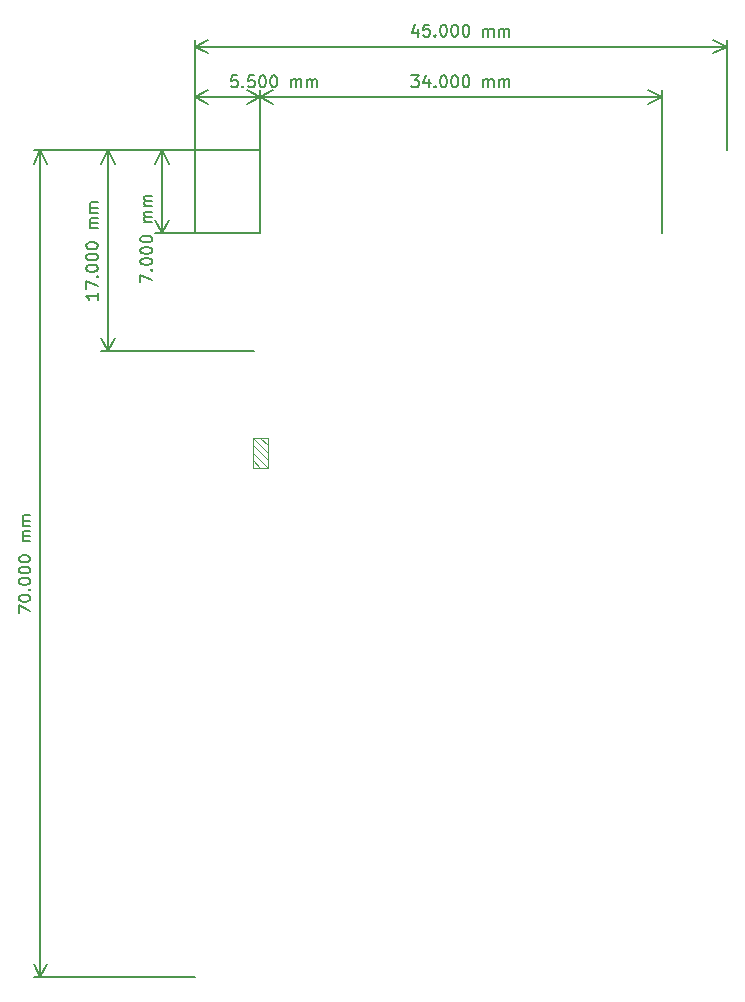
<source format=gbr>
%TF.GenerationSoftware,KiCad,Pcbnew,(5.1.9)-1*%
%TF.CreationDate,2021-04-06T13:05:03-07:00*%
%TF.ProjectId,SZG-TEMPLATE-TXR,535a472d-5445-44d5-904c-4154452d5458,A*%
%TF.SameCoordinates,Original*%
%TF.FileFunction,OtherDrawing,Comment*%
%FSLAX46Y46*%
G04 Gerber Fmt 4.6, Leading zero omitted, Abs format (unit mm)*
G04 Created by KiCad (PCBNEW (5.1.9)-1) date 2021-04-06 13:05:03*
%MOMM*%
%LPD*%
G01*
G04 APERTURE LIST*
%ADD10C,0.150000*%
%ADD11C,0.100000*%
G04 APERTURE END LIST*
D10*
X138733328Y-48485714D02*
X138733328Y-49152380D01*
X138495233Y-48104761D02*
X138257137Y-48819047D01*
X138876185Y-48819047D01*
X139733328Y-48152380D02*
X139257137Y-48152380D01*
X139209518Y-48628571D01*
X139257137Y-48580952D01*
X139352375Y-48533333D01*
X139590471Y-48533333D01*
X139685709Y-48580952D01*
X139733328Y-48628571D01*
X139780947Y-48723809D01*
X139780947Y-48961904D01*
X139733328Y-49057142D01*
X139685709Y-49104761D01*
X139590471Y-49152380D01*
X139352375Y-49152380D01*
X139257137Y-49104761D01*
X139209518Y-49057142D01*
X140209518Y-49057142D02*
X140257137Y-49104761D01*
X140209518Y-49152380D01*
X140161899Y-49104761D01*
X140209518Y-49057142D01*
X140209518Y-49152380D01*
X140876185Y-48152380D02*
X140971423Y-48152380D01*
X141066661Y-48200000D01*
X141114280Y-48247619D01*
X141161899Y-48342857D01*
X141209518Y-48533333D01*
X141209518Y-48771428D01*
X141161899Y-48961904D01*
X141114280Y-49057142D01*
X141066661Y-49104761D01*
X140971423Y-49152380D01*
X140876185Y-49152380D01*
X140780947Y-49104761D01*
X140733328Y-49057142D01*
X140685709Y-48961904D01*
X140638090Y-48771428D01*
X140638090Y-48533333D01*
X140685709Y-48342857D01*
X140733328Y-48247619D01*
X140780947Y-48200000D01*
X140876185Y-48152380D01*
X141828566Y-48152380D02*
X141923804Y-48152380D01*
X142019042Y-48200000D01*
X142066661Y-48247619D01*
X142114280Y-48342857D01*
X142161899Y-48533333D01*
X142161899Y-48771428D01*
X142114280Y-48961904D01*
X142066661Y-49057142D01*
X142019042Y-49104761D01*
X141923804Y-49152380D01*
X141828566Y-49152380D01*
X141733328Y-49104761D01*
X141685709Y-49057142D01*
X141638090Y-48961904D01*
X141590471Y-48771428D01*
X141590471Y-48533333D01*
X141638090Y-48342857D01*
X141685709Y-48247619D01*
X141733328Y-48200000D01*
X141828566Y-48152380D01*
X142780947Y-48152380D02*
X142876185Y-48152380D01*
X142971423Y-48200000D01*
X143019042Y-48247619D01*
X143066661Y-48342857D01*
X143114280Y-48533333D01*
X143114280Y-48771428D01*
X143066661Y-48961904D01*
X143019042Y-49057142D01*
X142971423Y-49104761D01*
X142876185Y-49152380D01*
X142780947Y-49152380D01*
X142685709Y-49104761D01*
X142638090Y-49057142D01*
X142590471Y-48961904D01*
X142542852Y-48771428D01*
X142542852Y-48533333D01*
X142590471Y-48342857D01*
X142638090Y-48247619D01*
X142685709Y-48200000D01*
X142780947Y-48152380D01*
X144304756Y-49152380D02*
X144304756Y-48485714D01*
X144304756Y-48580952D02*
X144352375Y-48533333D01*
X144447614Y-48485714D01*
X144590471Y-48485714D01*
X144685709Y-48533333D01*
X144733328Y-48628571D01*
X144733328Y-49152380D01*
X144733328Y-48628571D02*
X144780947Y-48533333D01*
X144876185Y-48485714D01*
X145019042Y-48485714D01*
X145114280Y-48533333D01*
X145161899Y-48628571D01*
X145161899Y-49152380D01*
X145638090Y-49152380D02*
X145638090Y-48485714D01*
X145638090Y-48580952D02*
X145685709Y-48533333D01*
X145780947Y-48485714D01*
X145923804Y-48485714D01*
X146019042Y-48533333D01*
X146066661Y-48628571D01*
X146066661Y-49152380D01*
X146066661Y-48628571D02*
X146114280Y-48533333D01*
X146209518Y-48485714D01*
X146352375Y-48485714D01*
X146447614Y-48533333D01*
X146495233Y-48628571D01*
X146495233Y-49152380D01*
X119900000Y-50000000D02*
X164899990Y-50000000D01*
X119900000Y-58800010D02*
X119900000Y-49413579D01*
X164899990Y-58800010D02*
X164899990Y-49413579D01*
X164899990Y-50000000D02*
X163773486Y-50586421D01*
X164899990Y-50000000D02*
X163773486Y-49413579D01*
X119900000Y-50000000D02*
X121026504Y-50586421D01*
X119900000Y-50000000D02*
X121026504Y-49413579D01*
X104952380Y-97990476D02*
X104952380Y-97323809D01*
X105952380Y-97752380D01*
X104952380Y-96752380D02*
X104952380Y-96657142D01*
X105000000Y-96561904D01*
X105047619Y-96514285D01*
X105142857Y-96466666D01*
X105333333Y-96419047D01*
X105571428Y-96419047D01*
X105761904Y-96466666D01*
X105857142Y-96514285D01*
X105904761Y-96561904D01*
X105952380Y-96657142D01*
X105952380Y-96752380D01*
X105904761Y-96847619D01*
X105857142Y-96895238D01*
X105761904Y-96942857D01*
X105571428Y-96990476D01*
X105333333Y-96990476D01*
X105142857Y-96942857D01*
X105047619Y-96895238D01*
X105000000Y-96847619D01*
X104952380Y-96752380D01*
X105857142Y-95990476D02*
X105904761Y-95942857D01*
X105952380Y-95990476D01*
X105904761Y-96038095D01*
X105857142Y-95990476D01*
X105952380Y-95990476D01*
X104952380Y-95323809D02*
X104952380Y-95228571D01*
X105000000Y-95133333D01*
X105047619Y-95085714D01*
X105142857Y-95038095D01*
X105333333Y-94990476D01*
X105571428Y-94990476D01*
X105761904Y-95038095D01*
X105857142Y-95085714D01*
X105904761Y-95133333D01*
X105952380Y-95228571D01*
X105952380Y-95323809D01*
X105904761Y-95419047D01*
X105857142Y-95466666D01*
X105761904Y-95514285D01*
X105571428Y-95561904D01*
X105333333Y-95561904D01*
X105142857Y-95514285D01*
X105047619Y-95466666D01*
X105000000Y-95419047D01*
X104952380Y-95323809D01*
X104952380Y-94371428D02*
X104952380Y-94276190D01*
X105000000Y-94180952D01*
X105047619Y-94133333D01*
X105142857Y-94085714D01*
X105333333Y-94038095D01*
X105571428Y-94038095D01*
X105761904Y-94085714D01*
X105857142Y-94133333D01*
X105904761Y-94180952D01*
X105952380Y-94276190D01*
X105952380Y-94371428D01*
X105904761Y-94466666D01*
X105857142Y-94514285D01*
X105761904Y-94561904D01*
X105571428Y-94609523D01*
X105333333Y-94609523D01*
X105142857Y-94561904D01*
X105047619Y-94514285D01*
X105000000Y-94466666D01*
X104952380Y-94371428D01*
X104952380Y-93419047D02*
X104952380Y-93323809D01*
X105000000Y-93228571D01*
X105047619Y-93180952D01*
X105142857Y-93133333D01*
X105333333Y-93085714D01*
X105571428Y-93085714D01*
X105761904Y-93133333D01*
X105857142Y-93180952D01*
X105904761Y-93228571D01*
X105952380Y-93323809D01*
X105952380Y-93419047D01*
X105904761Y-93514285D01*
X105857142Y-93561904D01*
X105761904Y-93609523D01*
X105571428Y-93657142D01*
X105333333Y-93657142D01*
X105142857Y-93609523D01*
X105047619Y-93561904D01*
X105000000Y-93514285D01*
X104952380Y-93419047D01*
X105952380Y-91895238D02*
X105285714Y-91895238D01*
X105380952Y-91895238D02*
X105333333Y-91847619D01*
X105285714Y-91752380D01*
X105285714Y-91609523D01*
X105333333Y-91514285D01*
X105428571Y-91466666D01*
X105952380Y-91466666D01*
X105428571Y-91466666D02*
X105333333Y-91419047D01*
X105285714Y-91323809D01*
X105285714Y-91180952D01*
X105333333Y-91085714D01*
X105428571Y-91038095D01*
X105952380Y-91038095D01*
X105952380Y-90561904D02*
X105285714Y-90561904D01*
X105380952Y-90561904D02*
X105333333Y-90514285D01*
X105285714Y-90419047D01*
X105285714Y-90276190D01*
X105333333Y-90180952D01*
X105428571Y-90133333D01*
X105952380Y-90133333D01*
X105428571Y-90133333D02*
X105333333Y-90085714D01*
X105285714Y-89990476D01*
X105285714Y-89847619D01*
X105333333Y-89752380D01*
X105428571Y-89704761D01*
X105952380Y-89704761D01*
X106800000Y-128800000D02*
X106800000Y-58800000D01*
X119900000Y-128800000D02*
X106213579Y-128800000D01*
X119900000Y-58800000D02*
X106213579Y-58800000D01*
X106800000Y-58800000D02*
X107386421Y-59926504D01*
X106800000Y-58800000D02*
X106213579Y-59926504D01*
X106800000Y-128800000D02*
X107386421Y-127673496D01*
X106800000Y-128800000D02*
X106213579Y-127673496D01*
X115252380Y-69968928D02*
X115252380Y-69302261D01*
X116252380Y-69730833D01*
X116157142Y-68921309D02*
X116204761Y-68873690D01*
X116252380Y-68921309D01*
X116204761Y-68968928D01*
X116157142Y-68921309D01*
X116252380Y-68921309D01*
X115252380Y-68254642D02*
X115252380Y-68159404D01*
X115300000Y-68064166D01*
X115347619Y-68016547D01*
X115442857Y-67968928D01*
X115633333Y-67921309D01*
X115871428Y-67921309D01*
X116061904Y-67968928D01*
X116157142Y-68016547D01*
X116204761Y-68064166D01*
X116252380Y-68159404D01*
X116252380Y-68254642D01*
X116204761Y-68349880D01*
X116157142Y-68397500D01*
X116061904Y-68445119D01*
X115871428Y-68492738D01*
X115633333Y-68492738D01*
X115442857Y-68445119D01*
X115347619Y-68397500D01*
X115300000Y-68349880D01*
X115252380Y-68254642D01*
X115252380Y-67302261D02*
X115252380Y-67207023D01*
X115300000Y-67111785D01*
X115347619Y-67064166D01*
X115442857Y-67016547D01*
X115633333Y-66968928D01*
X115871428Y-66968928D01*
X116061904Y-67016547D01*
X116157142Y-67064166D01*
X116204761Y-67111785D01*
X116252380Y-67207023D01*
X116252380Y-67302261D01*
X116204761Y-67397500D01*
X116157142Y-67445119D01*
X116061904Y-67492738D01*
X115871428Y-67540357D01*
X115633333Y-67540357D01*
X115442857Y-67492738D01*
X115347619Y-67445119D01*
X115300000Y-67397500D01*
X115252380Y-67302261D01*
X115252380Y-66349880D02*
X115252380Y-66254642D01*
X115300000Y-66159404D01*
X115347619Y-66111785D01*
X115442857Y-66064166D01*
X115633333Y-66016547D01*
X115871428Y-66016547D01*
X116061904Y-66064166D01*
X116157142Y-66111785D01*
X116204761Y-66159404D01*
X116252380Y-66254642D01*
X116252380Y-66349880D01*
X116204761Y-66445119D01*
X116157142Y-66492738D01*
X116061904Y-66540357D01*
X115871428Y-66587976D01*
X115633333Y-66587976D01*
X115442857Y-66540357D01*
X115347619Y-66492738D01*
X115300000Y-66445119D01*
X115252380Y-66349880D01*
X116252380Y-64826071D02*
X115585714Y-64826071D01*
X115680952Y-64826071D02*
X115633333Y-64778452D01*
X115585714Y-64683214D01*
X115585714Y-64540357D01*
X115633333Y-64445119D01*
X115728571Y-64397500D01*
X116252380Y-64397500D01*
X115728571Y-64397500D02*
X115633333Y-64349880D01*
X115585714Y-64254642D01*
X115585714Y-64111785D01*
X115633333Y-64016547D01*
X115728571Y-63968928D01*
X116252380Y-63968928D01*
X116252380Y-63492738D02*
X115585714Y-63492738D01*
X115680952Y-63492738D02*
X115633333Y-63445119D01*
X115585714Y-63349880D01*
X115585714Y-63207023D01*
X115633333Y-63111785D01*
X115728571Y-63064166D01*
X116252380Y-63064166D01*
X115728571Y-63064166D02*
X115633333Y-63016547D01*
X115585714Y-62921309D01*
X115585714Y-62778452D01*
X115633333Y-62683214D01*
X115728571Y-62635595D01*
X116252380Y-62635595D01*
X117100000Y-65800000D02*
X117100000Y-58800000D01*
X125400000Y-65800000D02*
X116513579Y-65800000D01*
X125400000Y-58800000D02*
X116513579Y-58800000D01*
X117100000Y-58800000D02*
X117686421Y-59926504D01*
X117100000Y-58800000D02*
X116513579Y-59926504D01*
X117100000Y-65800000D02*
X117686421Y-64673496D01*
X117100000Y-65800000D02*
X116513579Y-64673496D01*
X111652380Y-70871428D02*
X111652380Y-71442857D01*
X111652380Y-71157142D02*
X110652380Y-71157142D01*
X110795238Y-71252380D01*
X110890476Y-71347619D01*
X110938095Y-71442857D01*
X110652380Y-70538095D02*
X110652380Y-69871428D01*
X111652380Y-70300000D01*
X111557142Y-69490476D02*
X111604761Y-69442857D01*
X111652380Y-69490476D01*
X111604761Y-69538095D01*
X111557142Y-69490476D01*
X111652380Y-69490476D01*
X110652380Y-68823809D02*
X110652380Y-68728571D01*
X110700000Y-68633333D01*
X110747619Y-68585714D01*
X110842857Y-68538095D01*
X111033333Y-68490476D01*
X111271428Y-68490476D01*
X111461904Y-68538095D01*
X111557142Y-68585714D01*
X111604761Y-68633333D01*
X111652380Y-68728571D01*
X111652380Y-68823809D01*
X111604761Y-68919047D01*
X111557142Y-68966666D01*
X111461904Y-69014285D01*
X111271428Y-69061904D01*
X111033333Y-69061904D01*
X110842857Y-69014285D01*
X110747619Y-68966666D01*
X110700000Y-68919047D01*
X110652380Y-68823809D01*
X110652380Y-67871428D02*
X110652380Y-67776190D01*
X110700000Y-67680952D01*
X110747619Y-67633333D01*
X110842857Y-67585714D01*
X111033333Y-67538095D01*
X111271428Y-67538095D01*
X111461904Y-67585714D01*
X111557142Y-67633333D01*
X111604761Y-67680952D01*
X111652380Y-67776190D01*
X111652380Y-67871428D01*
X111604761Y-67966666D01*
X111557142Y-68014285D01*
X111461904Y-68061904D01*
X111271428Y-68109523D01*
X111033333Y-68109523D01*
X110842857Y-68061904D01*
X110747619Y-68014285D01*
X110700000Y-67966666D01*
X110652380Y-67871428D01*
X110652380Y-66919047D02*
X110652380Y-66823809D01*
X110700000Y-66728571D01*
X110747619Y-66680952D01*
X110842857Y-66633333D01*
X111033333Y-66585714D01*
X111271428Y-66585714D01*
X111461904Y-66633333D01*
X111557142Y-66680952D01*
X111604761Y-66728571D01*
X111652380Y-66823809D01*
X111652380Y-66919047D01*
X111604761Y-67014285D01*
X111557142Y-67061904D01*
X111461904Y-67109523D01*
X111271428Y-67157142D01*
X111033333Y-67157142D01*
X110842857Y-67109523D01*
X110747619Y-67061904D01*
X110700000Y-67014285D01*
X110652380Y-66919047D01*
X111652380Y-65395238D02*
X110985714Y-65395238D01*
X111080952Y-65395238D02*
X111033333Y-65347619D01*
X110985714Y-65252380D01*
X110985714Y-65109523D01*
X111033333Y-65014285D01*
X111128571Y-64966666D01*
X111652380Y-64966666D01*
X111128571Y-64966666D02*
X111033333Y-64919047D01*
X110985714Y-64823809D01*
X110985714Y-64680952D01*
X111033333Y-64585714D01*
X111128571Y-64538095D01*
X111652380Y-64538095D01*
X111652380Y-64061904D02*
X110985714Y-64061904D01*
X111080952Y-64061904D02*
X111033333Y-64014285D01*
X110985714Y-63919047D01*
X110985714Y-63776190D01*
X111033333Y-63680952D01*
X111128571Y-63633333D01*
X111652380Y-63633333D01*
X111128571Y-63633333D02*
X111033333Y-63585714D01*
X110985714Y-63490476D01*
X110985714Y-63347619D01*
X111033333Y-63252380D01*
X111128571Y-63204761D01*
X111652380Y-63204761D01*
X112500000Y-75800000D02*
X112500000Y-58800000D01*
X124900000Y-75800000D02*
X111913579Y-75800000D01*
X124900000Y-58800000D02*
X111913579Y-58800000D01*
X112500000Y-58800000D02*
X113086421Y-59926504D01*
X112500000Y-58800000D02*
X111913579Y-59926504D01*
X112500000Y-75800000D02*
X113086421Y-74673496D01*
X112500000Y-75800000D02*
X111913579Y-74673496D01*
X123461785Y-52452380D02*
X122985595Y-52452380D01*
X122937976Y-52928571D01*
X122985595Y-52880952D01*
X123080833Y-52833333D01*
X123318928Y-52833333D01*
X123414166Y-52880952D01*
X123461785Y-52928571D01*
X123509404Y-53023809D01*
X123509404Y-53261904D01*
X123461785Y-53357142D01*
X123414166Y-53404761D01*
X123318928Y-53452380D01*
X123080833Y-53452380D01*
X122985595Y-53404761D01*
X122937976Y-53357142D01*
X123937976Y-53357142D02*
X123985595Y-53404761D01*
X123937976Y-53452380D01*
X123890357Y-53404761D01*
X123937976Y-53357142D01*
X123937976Y-53452380D01*
X124890357Y-52452380D02*
X124414166Y-52452380D01*
X124366547Y-52928571D01*
X124414166Y-52880952D01*
X124509404Y-52833333D01*
X124747500Y-52833333D01*
X124842738Y-52880952D01*
X124890357Y-52928571D01*
X124937976Y-53023809D01*
X124937976Y-53261904D01*
X124890357Y-53357142D01*
X124842738Y-53404761D01*
X124747500Y-53452380D01*
X124509404Y-53452380D01*
X124414166Y-53404761D01*
X124366547Y-53357142D01*
X125557023Y-52452380D02*
X125652261Y-52452380D01*
X125747500Y-52500000D01*
X125795119Y-52547619D01*
X125842738Y-52642857D01*
X125890357Y-52833333D01*
X125890357Y-53071428D01*
X125842738Y-53261904D01*
X125795119Y-53357142D01*
X125747500Y-53404761D01*
X125652261Y-53452380D01*
X125557023Y-53452380D01*
X125461785Y-53404761D01*
X125414166Y-53357142D01*
X125366547Y-53261904D01*
X125318928Y-53071428D01*
X125318928Y-52833333D01*
X125366547Y-52642857D01*
X125414166Y-52547619D01*
X125461785Y-52500000D01*
X125557023Y-52452380D01*
X126509404Y-52452380D02*
X126604642Y-52452380D01*
X126699880Y-52500000D01*
X126747500Y-52547619D01*
X126795119Y-52642857D01*
X126842738Y-52833333D01*
X126842738Y-53071428D01*
X126795119Y-53261904D01*
X126747500Y-53357142D01*
X126699880Y-53404761D01*
X126604642Y-53452380D01*
X126509404Y-53452380D01*
X126414166Y-53404761D01*
X126366547Y-53357142D01*
X126318928Y-53261904D01*
X126271309Y-53071428D01*
X126271309Y-52833333D01*
X126318928Y-52642857D01*
X126366547Y-52547619D01*
X126414166Y-52500000D01*
X126509404Y-52452380D01*
X128033214Y-53452380D02*
X128033214Y-52785714D01*
X128033214Y-52880952D02*
X128080833Y-52833333D01*
X128176071Y-52785714D01*
X128318928Y-52785714D01*
X128414166Y-52833333D01*
X128461785Y-52928571D01*
X128461785Y-53452380D01*
X128461785Y-52928571D02*
X128509404Y-52833333D01*
X128604642Y-52785714D01*
X128747500Y-52785714D01*
X128842738Y-52833333D01*
X128890357Y-52928571D01*
X128890357Y-53452380D01*
X129366547Y-53452380D02*
X129366547Y-52785714D01*
X129366547Y-52880952D02*
X129414166Y-52833333D01*
X129509404Y-52785714D01*
X129652261Y-52785714D01*
X129747500Y-52833333D01*
X129795119Y-52928571D01*
X129795119Y-53452380D01*
X129795119Y-52928571D02*
X129842738Y-52833333D01*
X129937976Y-52785714D01*
X130080833Y-52785714D01*
X130176071Y-52833333D01*
X130223690Y-52928571D01*
X130223690Y-53452380D01*
X125400000Y-54300000D02*
X119900000Y-54300000D01*
X125400000Y-65800000D02*
X125400000Y-53713579D01*
X119900000Y-65800000D02*
X119900000Y-53713579D01*
X119900000Y-54300000D02*
X121026504Y-53713579D01*
X119900000Y-54300000D02*
X121026504Y-54886421D01*
X125400000Y-54300000D02*
X124273496Y-53713579D01*
X125400000Y-54300000D02*
X124273496Y-54886421D01*
X138209523Y-52452380D02*
X138828571Y-52452380D01*
X138495238Y-52833333D01*
X138638095Y-52833333D01*
X138733333Y-52880952D01*
X138780952Y-52928571D01*
X138828571Y-53023809D01*
X138828571Y-53261904D01*
X138780952Y-53357142D01*
X138733333Y-53404761D01*
X138638095Y-53452380D01*
X138352380Y-53452380D01*
X138257142Y-53404761D01*
X138209523Y-53357142D01*
X139685714Y-52785714D02*
X139685714Y-53452380D01*
X139447619Y-52404761D02*
X139209523Y-53119047D01*
X139828571Y-53119047D01*
X140209523Y-53357142D02*
X140257142Y-53404761D01*
X140209523Y-53452380D01*
X140161904Y-53404761D01*
X140209523Y-53357142D01*
X140209523Y-53452380D01*
X140876190Y-52452380D02*
X140971428Y-52452380D01*
X141066666Y-52500000D01*
X141114285Y-52547619D01*
X141161904Y-52642857D01*
X141209523Y-52833333D01*
X141209523Y-53071428D01*
X141161904Y-53261904D01*
X141114285Y-53357142D01*
X141066666Y-53404761D01*
X140971428Y-53452380D01*
X140876190Y-53452380D01*
X140780952Y-53404761D01*
X140733333Y-53357142D01*
X140685714Y-53261904D01*
X140638095Y-53071428D01*
X140638095Y-52833333D01*
X140685714Y-52642857D01*
X140733333Y-52547619D01*
X140780952Y-52500000D01*
X140876190Y-52452380D01*
X141828571Y-52452380D02*
X141923809Y-52452380D01*
X142019047Y-52500000D01*
X142066666Y-52547619D01*
X142114285Y-52642857D01*
X142161904Y-52833333D01*
X142161904Y-53071428D01*
X142114285Y-53261904D01*
X142066666Y-53357142D01*
X142019047Y-53404761D01*
X141923809Y-53452380D01*
X141828571Y-53452380D01*
X141733333Y-53404761D01*
X141685714Y-53357142D01*
X141638095Y-53261904D01*
X141590476Y-53071428D01*
X141590476Y-52833333D01*
X141638095Y-52642857D01*
X141685714Y-52547619D01*
X141733333Y-52500000D01*
X141828571Y-52452380D01*
X142780952Y-52452380D02*
X142876190Y-52452380D01*
X142971428Y-52500000D01*
X143019047Y-52547619D01*
X143066666Y-52642857D01*
X143114285Y-52833333D01*
X143114285Y-53071428D01*
X143066666Y-53261904D01*
X143019047Y-53357142D01*
X142971428Y-53404761D01*
X142876190Y-53452380D01*
X142780952Y-53452380D01*
X142685714Y-53404761D01*
X142638095Y-53357142D01*
X142590476Y-53261904D01*
X142542857Y-53071428D01*
X142542857Y-52833333D01*
X142590476Y-52642857D01*
X142638095Y-52547619D01*
X142685714Y-52500000D01*
X142780952Y-52452380D01*
X144304761Y-53452380D02*
X144304761Y-52785714D01*
X144304761Y-52880952D02*
X144352380Y-52833333D01*
X144447619Y-52785714D01*
X144590476Y-52785714D01*
X144685714Y-52833333D01*
X144733333Y-52928571D01*
X144733333Y-53452380D01*
X144733333Y-52928571D02*
X144780952Y-52833333D01*
X144876190Y-52785714D01*
X145019047Y-52785714D01*
X145114285Y-52833333D01*
X145161904Y-52928571D01*
X145161904Y-53452380D01*
X145638095Y-53452380D02*
X145638095Y-52785714D01*
X145638095Y-52880952D02*
X145685714Y-52833333D01*
X145780952Y-52785714D01*
X145923809Y-52785714D01*
X146019047Y-52833333D01*
X146066666Y-52928571D01*
X146066666Y-53452380D01*
X146066666Y-52928571D02*
X146114285Y-52833333D01*
X146209523Y-52785714D01*
X146352380Y-52785714D01*
X146447619Y-52833333D01*
X146495238Y-52928571D01*
X146495238Y-53452380D01*
X125400000Y-54300000D02*
X159400000Y-54300000D01*
X125400000Y-65800000D02*
X125400000Y-53713579D01*
X159400000Y-65800000D02*
X159400000Y-53713579D01*
X159400000Y-54300000D02*
X158273496Y-54886421D01*
X159400000Y-54300000D02*
X158273496Y-53713579D01*
X125400000Y-54300000D02*
X126526504Y-54886421D01*
X125400000Y-54300000D02*
X126526504Y-53713579D01*
D11*
%TO.C,J2*%
X126035000Y-85670000D02*
X124765000Y-85670000D01*
X126035000Y-83130000D02*
X126035000Y-85670000D01*
X124765000Y-83130000D02*
X126035000Y-83130000D01*
X124765000Y-85670000D02*
X124765000Y-83130000D01*
X126035000Y-85670000D02*
X124765000Y-84400000D01*
X125400000Y-85670000D02*
X124765000Y-85035000D01*
X126035000Y-85035000D02*
X124765000Y-83765000D01*
X126035000Y-84400000D02*
X124765000Y-83130000D01*
X126035000Y-83765000D02*
X125400000Y-83130000D01*
%TD*%
M02*

</source>
